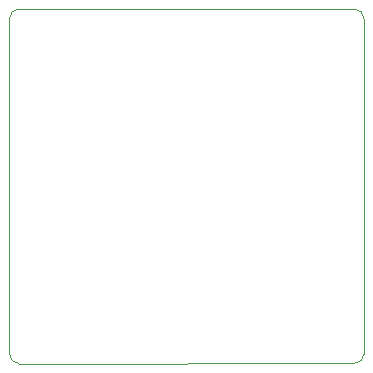
<source format=gbr>
%TF.GenerationSoftware,KiCad,Pcbnew,6.0.2+dfsg-1*%
%TF.CreationDate,2023-10-20T16:05:59+09:00*%
%TF.ProjectId,Hibot_agostiniLuca,4869626f-745f-4616-976f-7374696e694c,rev?*%
%TF.SameCoordinates,Original*%
%TF.FileFunction,Profile,NP*%
%FSLAX46Y46*%
G04 Gerber Fmt 4.6, Leading zero omitted, Abs format (unit mm)*
G04 Created by KiCad (PCBNEW 6.0.2+dfsg-1) date 2023-10-20 16:05:59*
%MOMM*%
%LPD*%
G01*
G04 APERTURE LIST*
%TA.AperFunction,Profile*%
%ADD10C,0.100000*%
%TD*%
G04 APERTURE END LIST*
D10*
X154200000Y-115000000D02*
G75*
G03*
X155000000Y-114200000I-1J800001D01*
G01*
X124990685Y-114209315D02*
X124990685Y-85790685D01*
X155000000Y-85800000D02*
X155000000Y-114200000D01*
X125790685Y-84990685D02*
X154200000Y-85000000D01*
X155000000Y-85800000D02*
G75*
G03*
X154200000Y-85000000I-800001J-1D01*
G01*
X154200000Y-115000000D02*
X125790685Y-115009315D01*
X125790685Y-84990685D02*
G75*
G03*
X124990685Y-85790685I1J-800001D01*
G01*
X124990685Y-114209315D02*
G75*
G03*
X125790685Y-115009315I800001J1D01*
G01*
M02*

</source>
